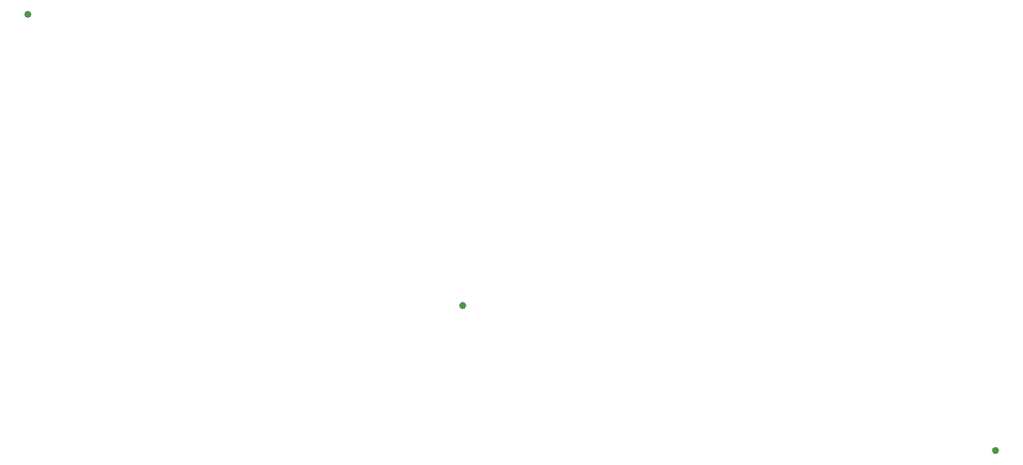
<source format=gbp>
G04 #@! TF.GenerationSoftware,KiCad,Pcbnew,(5.1.6-0-10_14)*
G04 #@! TF.CreationDate,2021-06-29T12:22:49+09:00*
G04 #@! TF.ProjectId,qPCR-root,71504352-2d72-46f6-9f74-2e6b69636164,rev?*
G04 #@! TF.SameCoordinates,Original*
G04 #@! TF.FileFunction,Paste,Bot*
G04 #@! TF.FilePolarity,Positive*
%FSLAX46Y46*%
G04 Gerber Fmt 4.6, Leading zero omitted, Abs format (unit mm)*
G04 Created by KiCad (PCBNEW (5.1.6-0-10_14)) date 2021-06-29 12:22:49*
%MOMM*%
%LPD*%
G01*
G04 APERTURE LIST*
%ADD10C,0.475000*%
G04 APERTURE END LIST*
D10*
X193737500Y-99100000D02*
G75*
G03*
X193737500Y-99100000I-237500J0D01*
G01*
X120237500Y-79100000D02*
G75*
G03*
X120237500Y-79100000I-237500J0D01*
G01*
X60237500Y-38900000D02*
G75*
G03*
X60237500Y-38900000I-237500J0D01*
G01*
M02*

</source>
